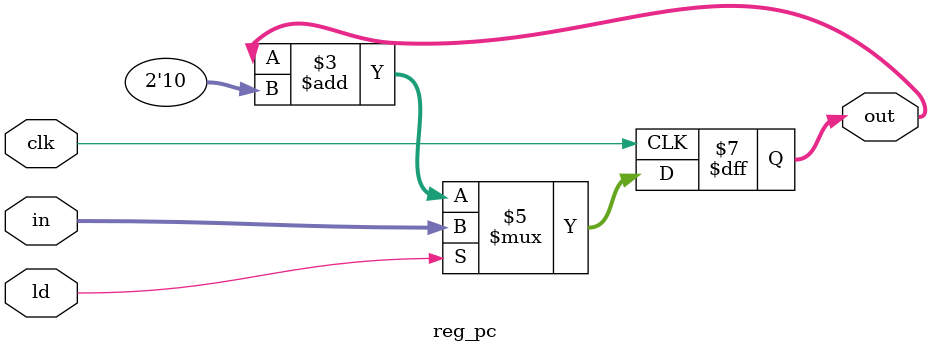
<source format=sv>
module reg_pc(
		input wire clk,
		input wire ld,
		input wire [7:0] in,
		output reg [7:0]  out
	);

	always @(posedge clk) begin
		if(ld == 1'b1) begin
			out = in;
		end
		else begin
			out = out + 2'b10;
		end
	end
endmodule

</source>
